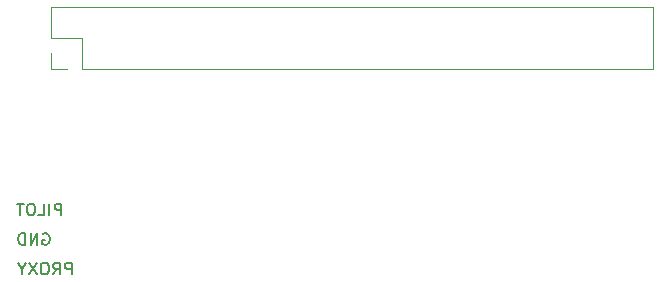
<source format=gbr>
G04 #@! TF.GenerationSoftware,KiCad,Pcbnew,(5.1.6)-1*
G04 #@! TF.CreationDate,2020-06-25T17:10:26+02:00*
G04 #@! TF.ProjectId,plc-EV-rpi,706c632d-4556-42d7-9270-692e6b696361,rev?*
G04 #@! TF.SameCoordinates,Original*
G04 #@! TF.FileFunction,Legend,Bot*
G04 #@! TF.FilePolarity,Positive*
%FSLAX46Y46*%
G04 Gerber Fmt 4.6, Leading zero omitted, Abs format (unit mm)*
G04 Created by KiCad (PCBNEW (5.1.6)-1) date 2020-06-25 17:10:26*
%MOMM*%
%LPD*%
G01*
G04 APERTURE LIST*
%ADD10C,0.150000*%
%ADD11C,0.120000*%
%ADD12O,1.800000X1.800000*%
%ADD13R,1.800000X1.800000*%
%ADD14C,2.800000*%
G04 APERTURE END LIST*
D10*
X145290476Y-99952380D02*
X145290476Y-98952380D01*
X144909523Y-98952380D01*
X144814285Y-99000000D01*
X144766666Y-99047619D01*
X144719047Y-99142857D01*
X144719047Y-99285714D01*
X144766666Y-99380952D01*
X144814285Y-99428571D01*
X144909523Y-99476190D01*
X145290476Y-99476190D01*
X143719047Y-99952380D02*
X144052380Y-99476190D01*
X144290476Y-99952380D02*
X144290476Y-98952380D01*
X143909523Y-98952380D01*
X143814285Y-99000000D01*
X143766666Y-99047619D01*
X143719047Y-99142857D01*
X143719047Y-99285714D01*
X143766666Y-99380952D01*
X143814285Y-99428571D01*
X143909523Y-99476190D01*
X144290476Y-99476190D01*
X143100000Y-98952380D02*
X142909523Y-98952380D01*
X142814285Y-99000000D01*
X142719047Y-99095238D01*
X142671428Y-99285714D01*
X142671428Y-99619047D01*
X142719047Y-99809523D01*
X142814285Y-99904761D01*
X142909523Y-99952380D01*
X143100000Y-99952380D01*
X143195238Y-99904761D01*
X143290476Y-99809523D01*
X143338095Y-99619047D01*
X143338095Y-99285714D01*
X143290476Y-99095238D01*
X143195238Y-99000000D01*
X143100000Y-98952380D01*
X142338095Y-98952380D02*
X141671428Y-99952380D01*
X141671428Y-98952380D02*
X142338095Y-99952380D01*
X141100000Y-99476190D02*
X141100000Y-99952380D01*
X141433333Y-98952380D02*
X141100000Y-99476190D01*
X140766666Y-98952380D01*
X142861904Y-96500000D02*
X142957142Y-96452380D01*
X143100000Y-96452380D01*
X143242857Y-96500000D01*
X143338095Y-96595238D01*
X143385714Y-96690476D01*
X143433333Y-96880952D01*
X143433333Y-97023809D01*
X143385714Y-97214285D01*
X143338095Y-97309523D01*
X143242857Y-97404761D01*
X143100000Y-97452380D01*
X143004761Y-97452380D01*
X142861904Y-97404761D01*
X142814285Y-97357142D01*
X142814285Y-97023809D01*
X143004761Y-97023809D01*
X142385714Y-97452380D02*
X142385714Y-96452380D01*
X141814285Y-97452380D01*
X141814285Y-96452380D01*
X141338095Y-97452380D02*
X141338095Y-96452380D01*
X141100000Y-96452380D01*
X140957142Y-96500000D01*
X140861904Y-96595238D01*
X140814285Y-96690476D01*
X140766666Y-96880952D01*
X140766666Y-97023809D01*
X140814285Y-97214285D01*
X140861904Y-97309523D01*
X140957142Y-97404761D01*
X141100000Y-97452380D01*
X141338095Y-97452380D01*
X144409523Y-94952380D02*
X144409523Y-93952380D01*
X144028571Y-93952380D01*
X143933333Y-94000000D01*
X143885714Y-94047619D01*
X143838095Y-94142857D01*
X143838095Y-94285714D01*
X143885714Y-94380952D01*
X143933333Y-94428571D01*
X144028571Y-94476190D01*
X144409523Y-94476190D01*
X143409523Y-94952380D02*
X143409523Y-93952380D01*
X142457142Y-94952380D02*
X142933333Y-94952380D01*
X142933333Y-93952380D01*
X141933333Y-93952380D02*
X141742857Y-93952380D01*
X141647619Y-94000000D01*
X141552380Y-94095238D01*
X141504761Y-94285714D01*
X141504761Y-94619047D01*
X141552380Y-94809523D01*
X141647619Y-94904761D01*
X141742857Y-94952380D01*
X141933333Y-94952380D01*
X142028571Y-94904761D01*
X142123809Y-94809523D01*
X142171428Y-94619047D01*
X142171428Y-94285714D01*
X142123809Y-94095238D01*
X142028571Y-94000000D01*
X141933333Y-93952380D01*
X141219047Y-93952380D02*
X140647619Y-93952380D01*
X140933333Y-94952380D02*
X140933333Y-93952380D01*
D11*
G04 #@! TO.C,J201*
X143570000Y-77330000D02*
X143570000Y-79930000D01*
X143570000Y-77330000D02*
X194490000Y-77330000D01*
X194490000Y-77330000D02*
X194490000Y-82530000D01*
X146170000Y-82530000D02*
X194490000Y-82530000D01*
X146170000Y-79930000D02*
X146170000Y-82530000D01*
X143570000Y-79930000D02*
X146170000Y-79930000D01*
X143570000Y-82530000D02*
X144900000Y-82530000D01*
X143570000Y-81200000D02*
X143570000Y-82530000D01*
G04 #@! TD*
%LPC*%
D12*
G04 #@! TO.C,J601*
X187000000Y-90460000D03*
X187000000Y-93000000D03*
D13*
X187000000Y-95540000D03*
G04 #@! TD*
D12*
G04 #@! TO.C,J501*
X198000000Y-109500000D03*
X198000000Y-112040000D03*
X198000000Y-114580000D03*
X198000000Y-117120000D03*
X198000000Y-119660000D03*
D13*
X198000000Y-122200000D03*
G04 #@! TD*
D12*
G04 #@! TO.C,J201*
X193160000Y-78660000D03*
X193160000Y-81200000D03*
X190620000Y-78660000D03*
X190620000Y-81200000D03*
X188080000Y-78660000D03*
X188080000Y-81200000D03*
X185540000Y-78660000D03*
X185540000Y-81200000D03*
X183000000Y-78660000D03*
X183000000Y-81200000D03*
X180460000Y-78660000D03*
X180460000Y-81200000D03*
X177920000Y-78660000D03*
X177920000Y-81200000D03*
X175380000Y-78660000D03*
X175380000Y-81200000D03*
X172840000Y-78660000D03*
X172840000Y-81200000D03*
X170300000Y-78660000D03*
X170300000Y-81200000D03*
X167760000Y-78660000D03*
X167760000Y-81200000D03*
X165220000Y-78660000D03*
X165220000Y-81200000D03*
X162680000Y-78660000D03*
X162680000Y-81200000D03*
X160140000Y-78660000D03*
X160140000Y-81200000D03*
X157600000Y-78660000D03*
X157600000Y-81200000D03*
X155060000Y-78660000D03*
X155060000Y-81200000D03*
X152520000Y-78660000D03*
X152520000Y-81200000D03*
X149980000Y-78660000D03*
X149980000Y-81200000D03*
X147440000Y-78660000D03*
X147440000Y-81200000D03*
X144900000Y-78660000D03*
D13*
X144900000Y-81200000D03*
G04 #@! TD*
D12*
G04 #@! TO.C,J101*
X138700000Y-94420000D03*
X138700000Y-96960000D03*
D13*
X138700000Y-99500000D03*
G04 #@! TD*
D14*
G04 #@! TO.C,REF\u002A\u002A*
X140000000Y-129000000D03*
G04 #@! TD*
G04 #@! TO.C,REF\u002A\u002A*
X198000000Y-129000000D03*
G04 #@! TD*
G04 #@! TO.C,REF\u002A\u002A*
X198000000Y-80000000D03*
G04 #@! TD*
G04 #@! TO.C,REF\u002A\u002A*
X140000000Y-80000000D03*
G04 #@! TD*
M02*

</source>
